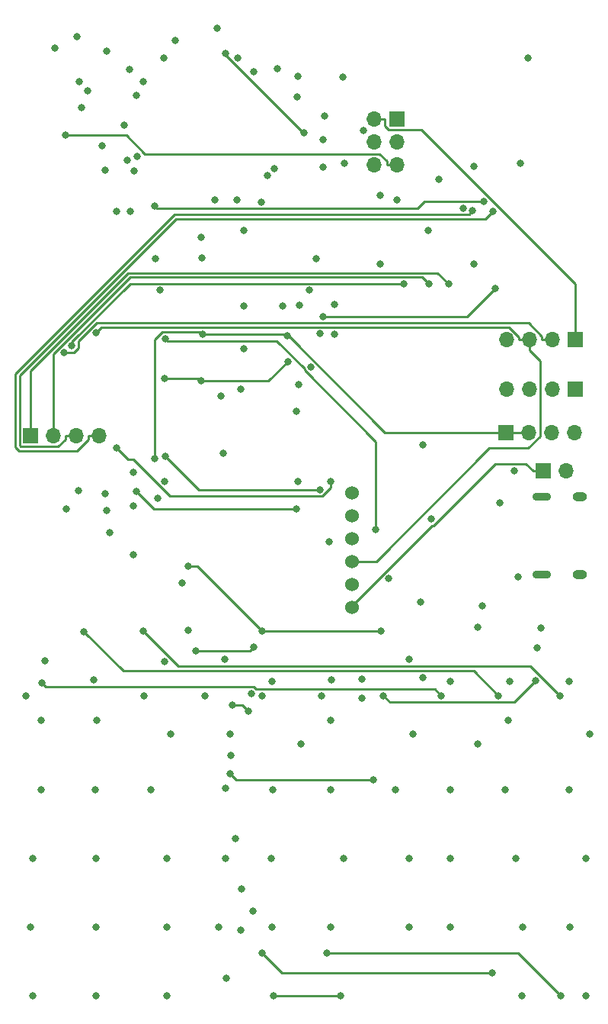
<source format=gbr>
%TF.GenerationSoftware,KiCad,Pcbnew,(5.1.12)-1*%
%TF.CreationDate,2022-02-12T22:16:26+01:00*%
%TF.ProjectId,MemoryBrakout,4d656d6f-7279-4427-9261-6b6f75742e6b,rev?*%
%TF.SameCoordinates,Original*%
%TF.FileFunction,Copper,L2,Inr*%
%TF.FilePolarity,Positive*%
%FSLAX46Y46*%
G04 Gerber Fmt 4.6, Leading zero omitted, Abs format (unit mm)*
G04 Created by KiCad (PCBNEW (5.1.12)-1) date 2022-02-12 22:16:26*
%MOMM*%
%LPD*%
G01*
G04 APERTURE LIST*
%TA.AperFunction,ComponentPad*%
%ADD10O,1.700000X1.700000*%
%TD*%
%TA.AperFunction,ComponentPad*%
%ADD11R,1.700000X1.700000*%
%TD*%
%TA.AperFunction,ComponentPad*%
%ADD12O,1.600000X1.000000*%
%TD*%
%TA.AperFunction,ComponentPad*%
%ADD13O,2.100000X0.900000*%
%TD*%
%TA.AperFunction,ComponentPad*%
%ADD14C,1.524000*%
%TD*%
%TA.AperFunction,ViaPad*%
%ADD15C,0.800000*%
%TD*%
%TA.AperFunction,Conductor*%
%ADD16C,0.250000*%
%TD*%
G04 APERTURE END LIST*
D10*
%TO.N,/SCL*%
%TO.C,J104*%
X159258000Y-95631000D03*
%TO.N,/SDA*%
X156718000Y-95631000D03*
%TO.N,/RXD*%
X154178000Y-95631000D03*
D11*
%TO.N,/TXD*%
X151638000Y-95631000D03*
%TD*%
%TO.N,+3V3*%
%TO.C,J105*%
X204470000Y-95250000D03*
D10*
X207010000Y-95250000D03*
%TO.N,GND*%
X209550000Y-95250000D03*
X212090000Y-95250000D03*
%TD*%
D11*
%TO.N,MISOA*%
%TO.C,J3*%
X192430000Y-60452000D03*
D10*
%TO.N,5volts*%
X189890000Y-60452000D03*
%TO.N,SCKA*%
X192430000Y-62992000D03*
%TO.N,MOSIA*%
X189890000Y-62992000D03*
%TO.N,RESETA*%
X192430000Y-65532000D03*
%TO.N,GND*%
X189890000Y-65532000D03*
%TD*%
D12*
%TO.N,GND*%
%TO.C,J4*%
X212690000Y-102360000D03*
X212690000Y-111000000D03*
D13*
X208510000Y-102360000D03*
X208510000Y-111000000D03*
%TD*%
D11*
%TO.N,5volts*%
%TO.C,J2*%
X212217000Y-90424000D03*
D10*
%TO.N,D+*%
X209677000Y-90424000D03*
%TO.N,D-*%
X207137000Y-90424000D03*
%TO.N,GND*%
X204597000Y-90424000D03*
%TD*%
D11*
%TO.N,5volts*%
%TO.C,J6*%
X212217000Y-84963000D03*
D10*
%TO.N,/BAT-*%
X209677000Y-84963000D03*
%TO.N,/BAT+*%
X207137000Y-84963000D03*
%TO.N,GND*%
X204597000Y-84963000D03*
%TD*%
D11*
%TO.N,Net-(J8-Pad1)*%
%TO.C,J8*%
X208686000Y-99517200D03*
D10*
%TO.N,5volts*%
X211226000Y-99517200D03*
%TD*%
D14*
%TO.N,Net-(J8-Pad1)*%
%TO.C,U3*%
X187388700Y-114629800D03*
%TO.N,GND*%
X187388700Y-112089800D03*
%TO.N,/BAT+*%
X187388700Y-109549800D03*
%TO.N,GND*%
X187388700Y-107009800D03*
X187388700Y-104469800D03*
%TO.N,/VBUS5v*%
X187388700Y-101929800D03*
%TD*%
D15*
%TO.N,/DISPON*%
X185420000Y-84323700D03*
X182832000Y-88034400D03*
%TO.N,GND*%
X179679600Y-81229200D03*
X183413400Y-75996800D03*
X185445400Y-81026000D03*
X181584600Y-81178400D03*
X197053200Y-67157600D03*
X170738800Y-75895200D03*
X165557200Y-75946000D03*
X195884800Y-72847200D03*
X200964800Y-76530200D03*
X190525400Y-76606400D03*
X184835800Y-107416600D03*
X175387000Y-72834500D03*
X154356000Y-52628800D03*
X163441000Y-57878600D03*
X184378000Y-60147200D03*
X184201000Y-62788800D03*
X181483000Y-89941400D03*
X181229000Y-92938600D03*
X160477200Y-106375200D03*
X160172400Y-103936800D03*
X159969200Y-102082600D03*
X156972000Y-101701600D03*
X165811200Y-102565200D03*
X166527603Y-100680397D03*
X175361600Y-85953600D03*
X175006000Y-90449400D03*
X175387000Y-81229200D03*
X162102800Y-61163200D03*
X159588200Y-63423800D03*
X188518800Y-124739400D03*
X188518800Y-122656600D03*
X195249800Y-122478800D03*
X208356200Y-116992400D03*
X208000600Y-119126000D03*
X175082200Y-145872200D03*
X175006000Y-150444200D03*
X174447200Y-140284200D03*
X173913800Y-131089400D03*
%TO.N,+3V3*%
X180209400Y-84551600D03*
X170794100Y-84379600D03*
X165476900Y-98147500D03*
%TO.N,/SDA*%
X203072800Y-70684200D03*
%TO.N,/SCL*%
X200805000Y-70676000D03*
%TO.N,/TXD*%
X198163700Y-78800900D03*
%TO.N,/RXD*%
X195969000Y-78791100D03*
%TO.N,/BUT1*%
X193185000Y-78799500D03*
X156259000Y-85608300D03*
%TO.N,/BUT2*%
X166656100Y-84876300D03*
X190055400Y-105993100D03*
%TO.N,/EXTMODE*%
X166591400Y-89290500D03*
X170643200Y-89545300D03*
X180265100Y-87387600D03*
%TO.N,/LEDYellow*%
X181385700Y-100717300D03*
%TO.N,/LEDPink*%
X162750500Y-70718900D03*
X163430600Y-101822200D03*
X181230800Y-103760300D03*
%TO.N,/LEDYellow2*%
X161195100Y-70700400D03*
X161265000Y-97001200D03*
X185039900Y-100694400D03*
%TO.N,/LEDPink2*%
X166066500Y-79474500D03*
X166614900Y-97877100D03*
X183807700Y-101610500D03*
%TO.N,XTAL1*%
X160128000Y-52978400D03*
X156820000Y-51333400D03*
X162636000Y-55016400D03*
X164236000Y-56351000D03*
%TO.N,5volts*%
X172136000Y-69418200D03*
X182091000Y-62001400D03*
X174600000Y-69494400D03*
X157099000Y-56362600D03*
X157328000Y-59170400D03*
X172441000Y-50393600D03*
X173355000Y-53187600D03*
%TO.N,ROW0*%
X175921000Y-126216800D03*
X174117000Y-125463500D03*
%TO.N,Net-(D1-Pad2)*%
X152850300Y-127164700D03*
%TO.N,Net-(D2-Pad2)*%
X159012800Y-127164700D03*
%TO.N,Net-(D3-Pad2)*%
X167275300Y-128695200D03*
%TO.N,Net-(D4-Pad2)*%
X173855800Y-128695200D03*
%TO.N,Net-(D5-Pad2)*%
X181700800Y-129817100D03*
%TO.N,Net-(D6-Pad2)*%
X185020500Y-127164700D03*
%TO.N,Net-(D7-Pad2)*%
X194177500Y-128695200D03*
%TO.N,Net-(D8-Pad2)*%
X201390500Y-129817100D03*
%TO.N,Net-(D9-Pad2)*%
X204775000Y-127164700D03*
%TO.N,Net-(D10-Pad2)*%
X213812000Y-128695200D03*
%TO.N,Net-(D11-Pad2)*%
X201355000Y-116908400D03*
%TO.N,Net-(D12-Pad2)*%
X201876300Y-114534500D03*
%TO.N,ROW1*%
X173814400Y-133082400D03*
X189742500Y-133800500D03*
X191475400Y-111465300D03*
X190500000Y-68910200D03*
%TO.N,Net-(D13-Pad2)*%
X152850300Y-134874000D03*
%TO.N,Net-(D14-Pad2)*%
X158876200Y-134874000D03*
%TO.N,Net-(D15-Pad2)*%
X165039000Y-134874000D03*
%TO.N,Net-(D16-Pad2)*%
X173352300Y-134756100D03*
%TO.N,Net-(D17-Pad2)*%
X178627500Y-134874000D03*
%TO.N,Net-(D18-Pad2)*%
X185020500Y-134874000D03*
%TO.N,Net-(D19-Pad2)*%
X192229300Y-134874000D03*
%TO.N,Net-(D20-Pad2)*%
X198292300Y-134874000D03*
%TO.N,Net-(D21-Pad2)*%
X204381500Y-134874000D03*
%TO.N,Net-(D22-Pad2)*%
X211493000Y-134874000D03*
%TO.N,Net-(D23-Pad2)*%
X195050600Y-114109500D03*
%TO.N,Net-(D24-Pad2)*%
X205867900Y-111249900D03*
%TO.N,Net-(D25-Pad2)*%
X151889300Y-142494000D03*
%TO.N,Net-(D26-Pad2)*%
X158912800Y-142494000D03*
%TO.N,Net-(D27-Pad2)*%
X166786300Y-142547500D03*
%TO.N,Net-(D28-Pad2)*%
X173352300Y-142547500D03*
%TO.N,Net-(D29-Pad2)*%
X178422500Y-142494000D03*
%TO.N,Net-(D30-Pad2)*%
X186433500Y-142547500D03*
%TO.N,Net-(D31-Pad2)*%
X193759000Y-142547500D03*
%TO.N,Net-(D32-Pad2)*%
X198292300Y-142494000D03*
%TO.N,Net-(D33-Pad2)*%
X205604800Y-142494000D03*
%TO.N,Net-(D34-Pad2)*%
X213351000Y-142547500D03*
%TO.N,Net-(D35-Pad2)*%
X185086000Y-122743800D03*
%TO.N,Net-(D36-Pad2)*%
X193759000Y-120387700D03*
%TO.N,Net-(D37-Pad2)*%
X151700300Y-150114000D03*
%TO.N,ROW3*%
X176201400Y-124208300D03*
X176429300Y-148351200D03*
X177292000Y-69672200D03*
%TO.N,Net-(D38-Pad2)*%
X158912800Y-150114000D03*
%TO.N,Net-(D39-Pad2)*%
X166786300Y-150167500D03*
%TO.N,Net-(D40-Pad2)*%
X172540000Y-150114000D03*
%TO.N,Net-(D41-Pad2)*%
X178500500Y-150114000D03*
%TO.N,Net-(D42-Pad2)*%
X185020500Y-150114000D03*
%TO.N,Net-(D43-Pad2)*%
X193759000Y-150167500D03*
%TO.N,Net-(D44-Pad2)*%
X198292300Y-150114000D03*
%TO.N,Net-(D45-Pad2)*%
X206329800Y-150167500D03*
%TO.N,Net-(D46-Pad2)*%
X211620000Y-150114000D03*
%TO.N,Net-(D47-Pad2)*%
X198294000Y-122867000D03*
%TO.N,Net-(D48-Pad2)*%
X204898000Y-122867000D03*
%TO.N,ROW4*%
X173460900Y-155855300D03*
X170064500Y-119532100D03*
X176497000Y-119074200D03*
X192380000Y-69469000D03*
%TO.N,Net-(D49-Pad2)*%
X151889300Y-157734000D03*
%TO.N,Net-(D50-Pad2)*%
X158962300Y-157734000D03*
%TO.N,Net-(D51-Pad2)*%
X166786300Y-157787500D03*
%TO.N,Net-(D52-Pad2)*%
X186136000Y-157787500D03*
X178673000Y-157734000D03*
%TO.N,Net-(D55-Pad2)*%
X206280300Y-157787500D03*
%TO.N,Net-(D56-Pad2)*%
X213351000Y-157787500D03*
%TO.N,Net-(D57-Pad2)*%
X211530500Y-122867000D03*
%TO.N,Net-(D58-Pad2)*%
X153283000Y-120630800D03*
%TO.N,Net-(D59-Pad2)*%
X158670000Y-122743800D03*
%TO.N,Net-(D60-Pad2)*%
X166553300Y-120700000D03*
%TO.N,Net-(D61-Pad2)*%
X173237500Y-120423300D03*
%TO.N,Net-(D62-Pad2)*%
X178482000Y-122867000D03*
%TO.N,COL0*%
X151165500Y-124446000D03*
X176479000Y-55270400D03*
%TO.N,COL1*%
X168509100Y-111952400D03*
X179070000Y-54914800D03*
%TO.N,COL2*%
X164277000Y-124446000D03*
X181381000Y-55753000D03*
%TO.N,COL3*%
X171029300Y-124446000D03*
X186360000Y-55854600D03*
%TO.N,COL4*%
X177418000Y-153034100D03*
X202997700Y-155204700D03*
X177418000Y-124446000D03*
X181305000Y-58064400D03*
%TO.N,COL5*%
X184586400Y-153057100D03*
X210579000Y-157787500D03*
X183966800Y-124446000D03*
X184201000Y-65786000D03*
%TO.N,COL6*%
X207822700Y-122778300D03*
X190854300Y-124446000D03*
X186512000Y-65430400D03*
%TO.N,COL7*%
X197315000Y-124446000D03*
X152959300Y-123081400D03*
X159923000Y-66109600D03*
%TO.N,COL8*%
X203656500Y-124446000D03*
X157620000Y-117334600D03*
X157988000Y-57378600D03*
%TO.N,COL9*%
X210544000Y-124446000D03*
X164224000Y-117316200D03*
X166446000Y-53746400D03*
%TO.N,COL10*%
X169173900Y-117197200D03*
X167767000Y-51739800D03*
%TO.N,COL11*%
X190640000Y-117312100D03*
X177432000Y-117294700D03*
X169212700Y-110081200D03*
X174727000Y-53695600D03*
%TO.N,D+*%
X205408800Y-99485700D03*
X173126000Y-97586800D03*
%TO.N,D-*%
X203797000Y-103085000D03*
X172847000Y-91236800D03*
%TO.N,Net-(R102-Pad1)*%
X195280000Y-96615600D03*
X196190000Y-104867000D03*
%TO.N,Net-(R104-Pad1)*%
X155671500Y-103726200D03*
%TO.N,Net-(R108-Pad1)*%
X163115000Y-108830100D03*
%TO.N,Net-(R110-Pad1)*%
X163115000Y-103402500D03*
%TO.N,Net-(R111-Pad1)*%
X163115000Y-99714900D03*
%TO.N,/BAT+*%
X158951200Y-84189900D03*
%TO.N,/BAT-*%
X155401900Y-86403000D03*
%TO.N,/DIO0W*%
X206929700Y-53707800D03*
X199774800Y-70352600D03*
%TO.N,/LRESET*%
X170662600Y-73634600D03*
X200914000Y-65709800D03*
%TO.N,/NSS*%
X165453300Y-70158800D03*
X202024700Y-69631200D03*
%TO.N,/MOSI*%
X184200300Y-82375800D03*
X203343500Y-79241900D03*
X206070300Y-65408800D03*
%TO.N,/SCK*%
X188677600Y-61722000D03*
X182680900Y-79449400D03*
X183855700Y-84292100D03*
%TO.N,MISOA*%
X162433000Y-65024000D03*
%TO.N,SCKA*%
X177973000Y-66771900D03*
X163169600Y-66243200D03*
%TO.N,MOSIA*%
X178773000Y-65971800D03*
X163491000Y-64665700D03*
%TO.N,RESETA*%
X155575000Y-62255400D03*
%TD*%
D16*
%TO.N,+3V3*%
X203294700Y-95250000D02*
X191073400Y-95250000D01*
X191073400Y-95250000D02*
X180375000Y-84551600D01*
X180375000Y-84551600D02*
X180209400Y-84551600D01*
X170794100Y-84379600D02*
X170525100Y-84110600D01*
X170525100Y-84110600D02*
X166316900Y-84110600D01*
X166316900Y-84110600D02*
X165476900Y-84950600D01*
X165476900Y-84950600D02*
X165476900Y-98147500D01*
X180209400Y-84551600D02*
X180037400Y-84379600D01*
X180037400Y-84379600D02*
X170794100Y-84379600D01*
X204470000Y-95250000D02*
X203294700Y-95250000D01*
X207010000Y-95250000D02*
X204470000Y-95250000D01*
%TO.N,/SDA*%
X155542700Y-95631000D02*
X155542700Y-95998300D01*
X155542700Y-95998300D02*
X154734600Y-96806400D01*
X154734600Y-96806400D02*
X150595400Y-96806400D01*
X150595400Y-96806400D02*
X150462600Y-96673600D01*
X150462600Y-96673600D02*
X150462600Y-88928800D01*
X150462600Y-88928800D02*
X167863200Y-71528200D01*
X167863200Y-71528200D02*
X202228800Y-71528200D01*
X202228800Y-71528200D02*
X203072800Y-70684200D01*
X156718000Y-95631000D02*
X155542700Y-95631000D01*
%TO.N,/SCL*%
X158082700Y-95631000D02*
X158082700Y-95998300D01*
X158082700Y-95998300D02*
X156800000Y-97281000D01*
X156800000Y-97281000D02*
X150367100Y-97281000D01*
X150367100Y-97281000D02*
X150012200Y-96926100D01*
X150012200Y-96926100D02*
X150012200Y-88740700D01*
X150012200Y-88740700D02*
X167675000Y-71077900D01*
X167675000Y-71077900D02*
X200403100Y-71077900D01*
X200403100Y-71077900D02*
X200805000Y-70676000D01*
X159258000Y-95631000D02*
X158082700Y-95631000D01*
%TO.N,/TXD*%
X151638000Y-95631000D02*
X151638000Y-88410800D01*
X151638000Y-88410800D02*
X162492900Y-77555900D01*
X162492900Y-77555900D02*
X196918700Y-77555900D01*
X196918700Y-77555900D02*
X198163700Y-78800900D01*
%TO.N,/RXD*%
X154178000Y-94455700D02*
X154178000Y-86553200D01*
X154178000Y-86553200D02*
X162725000Y-78006200D01*
X162725000Y-78006200D02*
X195184100Y-78006200D01*
X195184100Y-78006200D02*
X195969000Y-78791100D01*
X154178000Y-95631000D02*
X154178000Y-94455700D01*
%TO.N,/BUT1*%
X193185000Y-78799500D02*
X193109600Y-78724100D01*
X193109600Y-78724100D02*
X162754100Y-78724100D01*
X162754100Y-78724100D02*
X156259000Y-85219200D01*
X156259000Y-85219200D02*
X156259000Y-85608300D01*
%TO.N,/BUT2*%
X166656100Y-84876300D02*
X166884700Y-85104900D01*
X166884700Y-85104900D02*
X179042100Y-85104900D01*
X179042100Y-85104900D02*
X182106700Y-88169500D01*
X182106700Y-88169500D02*
X182106700Y-88334800D01*
X182106700Y-88334800D02*
X190055400Y-96283500D01*
X190055400Y-96283500D02*
X190055400Y-105993100D01*
%TO.N,/EXTMODE*%
X170643200Y-89545300D02*
X170388400Y-89290500D01*
X170388400Y-89290500D02*
X166591400Y-89290500D01*
X180265100Y-87387600D02*
X178107400Y-89545300D01*
X178107400Y-89545300D02*
X170643200Y-89545300D01*
%TO.N,/LEDPink*%
X181230800Y-103760300D02*
X165368700Y-103760300D01*
X165368700Y-103760300D02*
X163430600Y-101822200D01*
%TO.N,/LEDYellow2*%
X161265000Y-97001200D02*
X162516900Y-98253100D01*
X162516900Y-98253100D02*
X162516900Y-98253200D01*
X162516900Y-98253200D02*
X163075100Y-98253200D01*
X163075100Y-98253200D02*
X167157700Y-102335800D01*
X167157700Y-102335800D02*
X184108200Y-102335800D01*
X184108200Y-102335800D02*
X185039900Y-101404100D01*
X185039900Y-101404100D02*
X185039900Y-100694400D01*
%TO.N,/LEDPink2*%
X183807700Y-101610500D02*
X170348300Y-101610500D01*
X170348300Y-101610500D02*
X166614900Y-97877100D01*
%TO.N,5volts*%
X189890000Y-60452000D02*
X191065300Y-60452000D01*
X212217000Y-84963000D02*
X212217000Y-78751400D01*
X212217000Y-78751400D02*
X195092900Y-61627300D01*
X195092900Y-61627300D02*
X191432500Y-61627300D01*
X191432500Y-61627300D02*
X191065300Y-61260100D01*
X191065300Y-61260100D02*
X191065300Y-60452000D01*
X182091000Y-62001400D02*
X181990400Y-62001400D01*
X181990400Y-62001400D02*
X173355000Y-53366000D01*
X173355000Y-53366000D02*
X173355000Y-53187600D01*
%TO.N,ROW0*%
X175921000Y-126216800D02*
X175167700Y-125463500D01*
X175167700Y-125463500D02*
X174117000Y-125463500D01*
%TO.N,ROW1*%
X189742500Y-133800500D02*
X174532500Y-133800500D01*
X174532500Y-133800500D02*
X173814400Y-133082400D01*
%TO.N,ROW4*%
X170064500Y-119532100D02*
X176039100Y-119532100D01*
X176039100Y-119532100D02*
X176497000Y-119074200D01*
%TO.N,Net-(D52-Pad2)*%
X178673000Y-157734000D02*
X186082500Y-157734000D01*
X186082500Y-157734000D02*
X186136000Y-157787500D01*
%TO.N,COL4*%
X177418000Y-153034100D02*
X179588600Y-155204700D01*
X179588600Y-155204700D02*
X202997700Y-155204700D01*
%TO.N,COL5*%
X184586400Y-153057100D02*
X205848600Y-153057100D01*
X205848600Y-153057100D02*
X210579000Y-157787500D01*
%TO.N,COL6*%
X190854300Y-124446000D02*
X191605400Y-125197100D01*
X191605400Y-125197100D02*
X205403900Y-125197100D01*
X205403900Y-125197100D02*
X207822700Y-122778300D01*
%TO.N,COL7*%
X197315000Y-124446000D02*
X196589700Y-123720700D01*
X196589700Y-123720700D02*
X176739600Y-123720700D01*
X176739600Y-123720700D02*
X176501900Y-123483000D01*
X176501900Y-123483000D02*
X153360900Y-123483000D01*
X153360900Y-123483000D02*
X152959300Y-123081400D01*
%TO.N,COL8*%
X157620000Y-117334600D02*
X161996400Y-121711000D01*
X161996400Y-121711000D02*
X200921500Y-121711000D01*
X200921500Y-121711000D02*
X203656500Y-124446000D01*
%TO.N,COL9*%
X164224000Y-117316200D02*
X168056400Y-121148600D01*
X168056400Y-121148600D02*
X207246600Y-121148600D01*
X207246600Y-121148600D02*
X210544000Y-124446000D01*
%TO.N,COL11*%
X177432000Y-117294700D02*
X190622600Y-117294700D01*
X190622600Y-117294700D02*
X190640000Y-117312100D01*
X169212700Y-110081200D02*
X170218500Y-110081200D01*
X170218500Y-110081200D02*
X177432000Y-117294700D01*
%TO.N,/BAT+*%
X205961700Y-84963000D02*
X205961700Y-84661700D01*
X205961700Y-84661700D02*
X204866800Y-83566800D01*
X204866800Y-83566800D02*
X159574300Y-83566800D01*
X159574300Y-83566800D02*
X158951200Y-84189900D01*
X207137000Y-84963000D02*
X207137000Y-86138300D01*
X187388700Y-109549800D02*
X190123600Y-109549800D01*
X190123600Y-109549800D02*
X202662700Y-97010700D01*
X202662700Y-97010700D02*
X206983700Y-97010700D01*
X206983700Y-97010700D02*
X208312300Y-95682100D01*
X208312300Y-95682100D02*
X208312300Y-87313600D01*
X208312300Y-87313600D02*
X207137000Y-86138300D01*
X207137000Y-84963000D02*
X205961700Y-84963000D01*
%TO.N,/BAT-*%
X208501700Y-84963000D02*
X208501700Y-84595600D01*
X208501700Y-84595600D02*
X207022600Y-83116500D01*
X207022600Y-83116500D02*
X158998600Y-83116500D01*
X158998600Y-83116500D02*
X156984300Y-85130800D01*
X156984300Y-85130800D02*
X156984300Y-85908800D01*
X156984300Y-85908800D02*
X156490100Y-86403000D01*
X156490100Y-86403000D02*
X155401900Y-86403000D01*
X209677000Y-84963000D02*
X208501700Y-84963000D01*
%TO.N,/NSS*%
X202024700Y-69631200D02*
X202020800Y-69627300D01*
X202020800Y-69627300D02*
X195439900Y-69627300D01*
X195439900Y-69627300D02*
X194664400Y-70402800D01*
X194664400Y-70402800D02*
X165697300Y-70402800D01*
X165697300Y-70402800D02*
X165453300Y-70158800D01*
%TO.N,/MOSI*%
X203343500Y-79241900D02*
X200209600Y-82375800D01*
X200209600Y-82375800D02*
X184200300Y-82375800D01*
%TO.N,RESETA*%
X192430000Y-65532000D02*
X191254700Y-65532000D01*
X155575000Y-62255400D02*
X162304400Y-62255400D01*
X162304400Y-62255400D02*
X164405700Y-64356700D01*
X164405700Y-64356700D02*
X190446800Y-64356700D01*
X190446800Y-64356700D02*
X191254700Y-65164600D01*
X191254700Y-65164600D02*
X191254700Y-65532000D01*
%TO.N,Net-(J8-Pad1)*%
X187388700Y-114629800D02*
X187388700Y-114473100D01*
X187388700Y-114473100D02*
X196269500Y-105592300D01*
X196269500Y-105592300D02*
X196490500Y-105592300D01*
X196490500Y-105592300D02*
X203347400Y-98735400D01*
X203347400Y-98735400D02*
X206728900Y-98735400D01*
X206728900Y-98735400D02*
X207510700Y-99517200D01*
X208686000Y-99517200D02*
X207510700Y-99517200D01*
%TD*%
M02*

</source>
